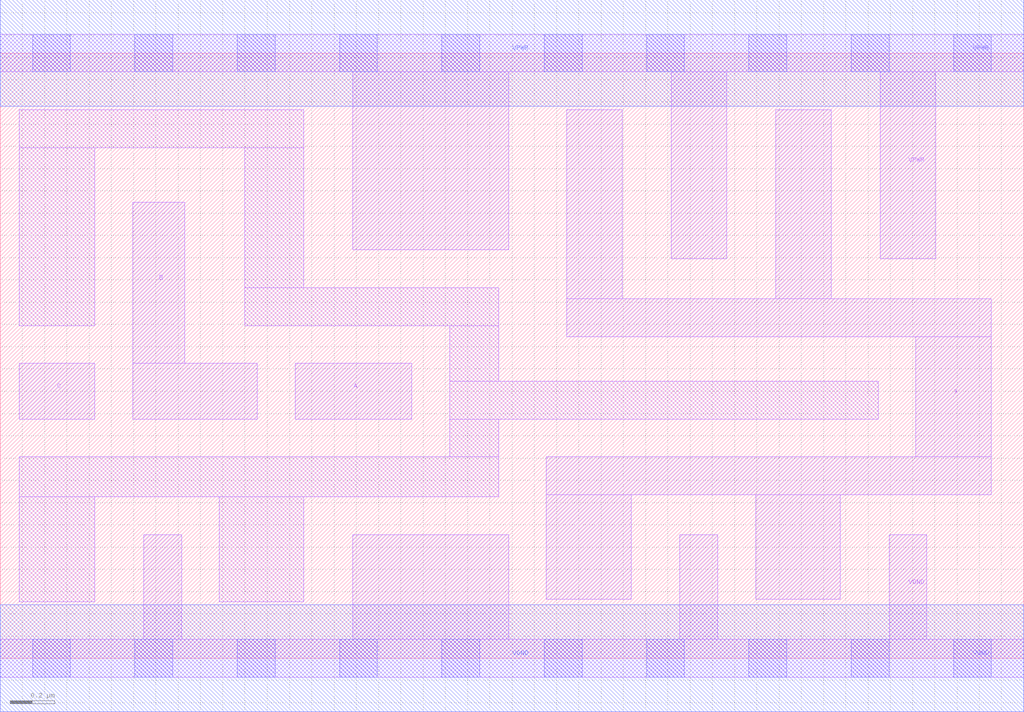
<source format=lef>
# Copyright 2020 The SkyWater PDK Authors
#
# Licensed under the Apache License, Version 2.0 (the "License");
# you may not use this file except in compliance with the License.
# You may obtain a copy of the License at
#
#     https://www.apache.org/licenses/LICENSE-2.0
#
# Unless required by applicable law or agreed to in writing, software
# distributed under the License is distributed on an "AS IS" BASIS,
# WITHOUT WARRANTIES OR CONDITIONS OF ANY KIND, either express or implied.
# See the License for the specific language governing permissions and
# limitations under the License.
#
# SPDX-License-Identifier: Apache-2.0

VERSION 5.7 ;
  NAMESCASESENSITIVE ON ;
  NOWIREEXTENSIONATPIN ON ;
  DIVIDERCHAR "/" ;
  BUSBITCHARS "[]" ;
UNITS
  DATABASE MICRONS 200 ;
END UNITS
PROPERTYDEFINITIONS
  MACRO maskLayoutSubType STRING ;
  MACRO prCellType STRING ;
  MACRO originalViewName STRING ;
END PROPERTYDEFINITIONS
MACRO sky130_fd_sc_hdll__or3_4
  CLASS CORE ;
  FOREIGN sky130_fd_sc_hdll__or3_4 ;
  ORIGIN  0.000000  0.000000 ;
  SIZE  4.600000 BY  2.720000 ;
  SYMMETRY X Y R90 ;
  SITE unithd ;
  PIN A
    ANTENNAGATEAREA  0.277500 ;
    DIRECTION INPUT ;
    USE SIGNAL ;
    PORT
      LAYER li1 ;
        RECT 1.325000 1.075000 1.850000 1.325000 ;
    END
  END A
  PIN B
    ANTENNAGATEAREA  0.277500 ;
    DIRECTION INPUT ;
    USE SIGNAL ;
    PORT
      LAYER li1 ;
        RECT 0.595000 1.075000 1.155000 1.325000 ;
        RECT 0.595000 1.325000 0.830000 2.050000 ;
    END
  END B
  PIN C
    ANTENNAGATEAREA  0.277500 ;
    DIRECTION INPUT ;
    USE SIGNAL ;
    PORT
      LAYER li1 ;
        RECT 0.085000 1.075000 0.425000 1.325000 ;
    END
  END C
  PIN X
    ANTENNADIFFAREA  0.996000 ;
    DIRECTION OUTPUT ;
    USE SIGNAL ;
    PORT
      LAYER li1 ;
        RECT 2.455000 0.265000 2.835000 0.735000 ;
        RECT 2.455000 0.735000 4.455000 0.905000 ;
        RECT 2.545000 1.445000 4.455000 1.615000 ;
        RECT 2.545000 1.615000 2.795000 2.465000 ;
        RECT 3.395000 0.265000 3.775000 0.735000 ;
        RECT 3.485000 1.615000 3.735000 2.465000 ;
        RECT 4.115000 0.905000 4.455000 1.445000 ;
    END
  END X
  PIN VGND
    DIRECTION INOUT ;
    USE GROUND ;
    PORT
      LAYER li1 ;
        RECT 0.000000 -0.085000 4.600000 0.085000 ;
        RECT 0.645000  0.085000 0.815000 0.555000 ;
        RECT 1.585000  0.085000 2.285000 0.555000 ;
        RECT 3.055000  0.085000 3.225000 0.555000 ;
        RECT 3.995000  0.085000 4.165000 0.555000 ;
      LAYER mcon ;
        RECT 0.145000 -0.085000 0.315000 0.085000 ;
        RECT 0.605000 -0.085000 0.775000 0.085000 ;
        RECT 1.065000 -0.085000 1.235000 0.085000 ;
        RECT 1.525000 -0.085000 1.695000 0.085000 ;
        RECT 1.985000 -0.085000 2.155000 0.085000 ;
        RECT 2.445000 -0.085000 2.615000 0.085000 ;
        RECT 2.905000 -0.085000 3.075000 0.085000 ;
        RECT 3.365000 -0.085000 3.535000 0.085000 ;
        RECT 3.825000 -0.085000 3.995000 0.085000 ;
        RECT 4.285000 -0.085000 4.455000 0.085000 ;
      LAYER met1 ;
        RECT 0.000000 -0.240000 4.600000 0.240000 ;
    END
  END VGND
  PIN VPWR
    DIRECTION INOUT ;
    USE POWER ;
    PORT
      LAYER li1 ;
        RECT 0.000000 2.635000 4.600000 2.805000 ;
        RECT 1.585000 1.835000 2.285000 2.635000 ;
        RECT 3.015000 1.795000 3.265000 2.635000 ;
        RECT 3.955000 1.795000 4.205000 2.635000 ;
      LAYER mcon ;
        RECT 0.145000 2.635000 0.315000 2.805000 ;
        RECT 0.605000 2.635000 0.775000 2.805000 ;
        RECT 1.065000 2.635000 1.235000 2.805000 ;
        RECT 1.525000 2.635000 1.695000 2.805000 ;
        RECT 1.985000 2.635000 2.155000 2.805000 ;
        RECT 2.445000 2.635000 2.615000 2.805000 ;
        RECT 2.905000 2.635000 3.075000 2.805000 ;
        RECT 3.365000 2.635000 3.535000 2.805000 ;
        RECT 3.825000 2.635000 3.995000 2.805000 ;
        RECT 4.285000 2.635000 4.455000 2.805000 ;
      LAYER met1 ;
        RECT 0.000000 2.480000 4.600000 2.960000 ;
    END
  END VPWR
  OBS
    LAYER li1 ;
      RECT 0.085000 0.255000 0.425000 0.725000 ;
      RECT 0.085000 0.725000 2.240000 0.905000 ;
      RECT 0.085000 1.495000 0.425000 2.295000 ;
      RECT 0.085000 2.295000 1.365000 2.465000 ;
      RECT 0.985000 0.255000 1.365000 0.725000 ;
      RECT 1.100000 1.495000 2.240000 1.665000 ;
      RECT 1.100000 1.665000 1.365000 2.295000 ;
      RECT 2.020000 0.905000 2.240000 1.075000 ;
      RECT 2.020000 1.075000 3.945000 1.245000 ;
      RECT 2.020000 1.245000 2.240000 1.495000 ;
  END
  PROPERTY maskLayoutSubType "abstract" ;
  PROPERTY prCellType "standard" ;
  PROPERTY originalViewName "layout" ;
END sky130_fd_sc_hdll__or3_4

</source>
